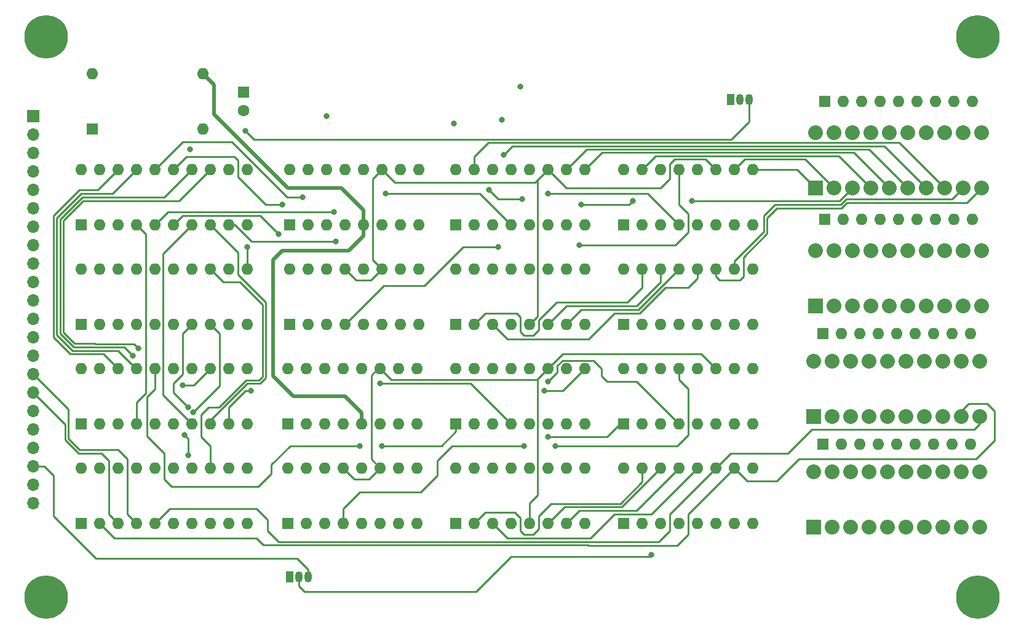
<source format=gbr>
%TF.GenerationSoftware,KiCad,Pcbnew,(5.1.10-1-10_14)*%
%TF.CreationDate,2021-08-16T01:31:51-04:00*%
%TF.ProjectId,sound,736f756e-642e-46b6-9963-61645f706362,rev?*%
%TF.SameCoordinates,Original*%
%TF.FileFunction,Copper,L2,Inr*%
%TF.FilePolarity,Positive*%
%FSLAX46Y46*%
G04 Gerber Fmt 4.6, Leading zero omitted, Abs format (unit mm)*
G04 Created by KiCad (PCBNEW (5.1.10-1-10_14)) date 2021-08-16 01:31:51*
%MOMM*%
%LPD*%
G01*
G04 APERTURE LIST*
%TA.AperFunction,ComponentPad*%
%ADD10C,6.000000*%
%TD*%
%TA.AperFunction,ComponentPad*%
%ADD11C,0.800000*%
%TD*%
%TA.AperFunction,ComponentPad*%
%ADD12O,1.600000X1.600000*%
%TD*%
%TA.AperFunction,ComponentPad*%
%ADD13R,1.600000X1.600000*%
%TD*%
%TA.AperFunction,ComponentPad*%
%ADD14R,1.050000X1.500000*%
%TD*%
%TA.AperFunction,ComponentPad*%
%ADD15O,1.050000X1.500000*%
%TD*%
%TA.AperFunction,ComponentPad*%
%ADD16O,1.700000X1.700000*%
%TD*%
%TA.AperFunction,ComponentPad*%
%ADD17R,1.700000X1.700000*%
%TD*%
%TA.AperFunction,ComponentPad*%
%ADD18C,2.032000*%
%TD*%
%TA.AperFunction,ComponentPad*%
%ADD19R,2.032000X2.032000*%
%TD*%
%TA.AperFunction,ComponentPad*%
%ADD20C,1.600000*%
%TD*%
%TA.AperFunction,ViaPad*%
%ADD21C,0.800000*%
%TD*%
%TA.AperFunction,Conductor*%
%ADD22C,0.250000*%
%TD*%
%TA.AperFunction,Conductor*%
%ADD23C,0.500000*%
%TD*%
G04 APERTURE END LIST*
D10*
%TO.N,N/C*%
%TO.C,REF\u002A\u002A*%
X264160000Y-105410000D03*
D11*
X266410000Y-105410000D03*
X265750990Y-107000990D03*
X264160000Y-107660000D03*
X262569010Y-107000990D03*
X261910000Y-105410000D03*
X262569010Y-103819010D03*
X264160000Y-103160000D03*
X265750990Y-103819010D03*
%TD*%
%TO.N,N/C*%
%TO.C,REF\u002A\u002A*%
X265750990Y-26603010D03*
X264160000Y-25944000D03*
X262569010Y-26603010D03*
X261910000Y-28194000D03*
X262569010Y-29784990D03*
X264160000Y-30444000D03*
X265750990Y-29784990D03*
X266410000Y-28194000D03*
D10*
X264160000Y-28194000D03*
%TD*%
D12*
%TO.N,VCC*%
%TO.C,U16*%
X215392000Y-60198000D03*
%TO.N,GND*%
X233172000Y-67818000D03*
%TO.N,Net-(U15-Pad2)*%
X217932000Y-60198000D03*
%TO.N,Net-(U16-Pad7)*%
X230632000Y-67818000D03*
%TO.N,Net-(U15-Pad6)*%
X220472000Y-60198000D03*
%TO.N,GND*%
X228092000Y-67818000D03*
%TO.N,Net-(U15-Pad7)*%
X223012000Y-60198000D03*
%TO.N,Net-(U16-Pad5)*%
X225552000Y-67818000D03*
%TO.N,Net-(U15-Pad3)*%
X225552000Y-60198000D03*
%TO.N,Net-(U16-Pad4)*%
X223012000Y-67818000D03*
%TO.N,A06*%
X228092000Y-60198000D03*
%TO.N,Net-(Q2-Pad2)*%
X220472000Y-67818000D03*
%TO.N,A07*%
X230632000Y-60198000D03*
%TO.N,Net-(U16-Pad2)*%
X217932000Y-67818000D03*
%TO.N,GND*%
X233172000Y-60198000D03*
D13*
%TO.N,Net-(U16-Pad1)*%
X215392000Y-67818000D03*
%TD*%
D12*
%TO.N,VCC*%
%TO.C,U15*%
X192278000Y-60198000D03*
%TO.N,GND*%
X210058000Y-67818000D03*
%TO.N,Net-(U15-Pad15)*%
X194818000Y-60198000D03*
%TO.N,Net-(U15-Pad7)*%
X207518000Y-67818000D03*
%TO.N,GND*%
X197358000Y-60198000D03*
%TO.N,Net-(U15-Pad6)*%
X204978000Y-67818000D03*
%TO.N,Net-(U15-Pad13)*%
X199898000Y-60198000D03*
%TO.N,Net-(U12-Pad11)*%
X202438000Y-67818000D03*
%TO.N,Net-(U15-Pad12)*%
X202438000Y-60198000D03*
%TO.N,VCC*%
X199898000Y-67818000D03*
X204978000Y-60198000D03*
%TO.N,Net-(U15-Pad3)*%
X197358000Y-67818000D03*
%TO.N,Net-(U15-Pad10)*%
X207518000Y-60198000D03*
%TO.N,Net-(U15-Pad2)*%
X194818000Y-67818000D03*
%TO.N,Net-(U15-Pad9)*%
X210058000Y-60198000D03*
D13*
%TO.N,Net-(U15-Pad1)*%
X192278000Y-67818000D03*
%TD*%
D12*
%TO.N,VCC*%
%TO.C,U14*%
X169418000Y-60198000D03*
%TO.N,GND*%
X187198000Y-67818000D03*
X171958000Y-60198000D03*
%TO.N,Net-(U14-Pad7)*%
X184658000Y-67818000D03*
%TO.N,GND*%
X174498000Y-60198000D03*
%TO.N,Net-(U14-Pad6)*%
X182118000Y-67818000D03*
%TO.N,Net-(U12-Pad11)*%
X177038000Y-60198000D03*
%TO.N,VCC*%
X179578000Y-67818000D03*
%TO.N,Net-(U14-Pad12)*%
X179578000Y-60198000D03*
%TO.N,Net-(U12-Pad13)*%
X177038000Y-67818000D03*
%TO.N,Net-(U12-Pad11)*%
X182118000Y-60198000D03*
%TO.N,Net-(U14-Pad3)*%
X174498000Y-67818000D03*
%TO.N,GND*%
X184658000Y-60198000D03*
%TO.N,Net-(U14-Pad2)*%
X171958000Y-67818000D03*
%TO.N,GND*%
X187198000Y-60198000D03*
D13*
X169418000Y-67818000D03*
%TD*%
D12*
%TO.N,VCC*%
%TO.C,U13*%
X140716000Y-60198000D03*
%TO.N,GND*%
X163576000Y-67818000D03*
%TO.N,A00*%
X143256000Y-60198000D03*
%TO.N,A04*%
X161036000Y-67818000D03*
%TO.N,BUS_00*%
X145796000Y-60198000D03*
%TO.N,BUS_04*%
X158496000Y-67818000D03*
%TO.N,BUS_01*%
X148336000Y-60198000D03*
%TO.N,BUS_05*%
X155956000Y-67818000D03*
%TO.N,A01*%
X150876000Y-60198000D03*
%TO.N,A05*%
X153416000Y-67818000D03*
%TO.N,A02*%
X153416000Y-60198000D03*
%TO.N,A06*%
X150876000Y-67818000D03*
%TO.N,BUS_02*%
X155956000Y-60198000D03*
%TO.N,BUS_06*%
X148336000Y-67818000D03*
%TO.N,BUS_03*%
X158496000Y-60198000D03*
%TO.N,BUS_07*%
X145796000Y-67818000D03*
%TO.N,A03*%
X161036000Y-60198000D03*
%TO.N,A07*%
X143256000Y-67818000D03*
%TO.N,LATCH_A*%
X163576000Y-60198000D03*
D13*
%TO.N,GND*%
X140716000Y-67818000D03*
%TD*%
D12*
%TO.N,VCC*%
%TO.C,U12*%
X215392000Y-46482000D03*
%TO.N,GND*%
X233172000Y-54102000D03*
%TO.N,A12*%
X217932000Y-46482000D03*
%TO.N,Net-(U12-Pad7)*%
X230632000Y-54102000D03*
%TO.N,GND*%
X220472000Y-46482000D03*
%TO.N,Net-(U12-Pad6)*%
X228092000Y-54102000D03*
%TO.N,Net-(U12-Pad13)*%
X223012000Y-46482000D03*
%TO.N,VCC*%
X225552000Y-54102000D03*
%TO.N,Net-(U12-Pad12)*%
X225552000Y-46482000D03*
%TO.N,Net-(U12-Pad4)*%
X223012000Y-54102000D03*
%TO.N,Net-(U12-Pad11)*%
X228092000Y-46482000D03*
%TO.N,Net-(U12-Pad3)*%
X220472000Y-54102000D03*
%TO.N,A14*%
X230632000Y-46482000D03*
%TO.N,Net-(U12-Pad2)*%
X217932000Y-54102000D03*
%TO.N,A15*%
X233172000Y-46482000D03*
D13*
%TO.N,A13*%
X215392000Y-54102000D03*
%TD*%
D12*
%TO.N,VCC*%
%TO.C,U11*%
X140716000Y-46482000D03*
%TO.N,GND*%
X163576000Y-54102000D03*
%TO.N,A08*%
X143256000Y-46482000D03*
%TO.N,A12*%
X161036000Y-54102000D03*
%TO.N,BUS_08*%
X145796000Y-46482000D03*
%TO.N,BUS_12*%
X158496000Y-54102000D03*
%TO.N,BUS_09*%
X148336000Y-46482000D03*
%TO.N,BUS_13*%
X155956000Y-54102000D03*
%TO.N,A09*%
X150876000Y-46482000D03*
%TO.N,A13*%
X153416000Y-54102000D03*
%TO.N,A10*%
X153416000Y-46482000D03*
%TO.N,A14*%
X150876000Y-54102000D03*
%TO.N,BUS_10*%
X155956000Y-46482000D03*
%TO.N,BUS_14*%
X148336000Y-54102000D03*
%TO.N,BUS_11*%
X158496000Y-46482000D03*
%TO.N,BUS_15*%
X145796000Y-54102000D03*
%TO.N,A11*%
X161036000Y-46482000D03*
%TO.N,A15*%
X143256000Y-54102000D03*
%TO.N,LATCH_A*%
X163576000Y-46482000D03*
D13*
%TO.N,GND*%
X140716000Y-54102000D03*
%TD*%
D12*
%TO.N,VCC*%
%TO.C,U7*%
X192278000Y-46482000D03*
%TO.N,GND*%
X210058000Y-54102000D03*
%TO.N,A08*%
X194818000Y-46482000D03*
%TO.N,Net-(U7-Pad7)*%
X207518000Y-54102000D03*
%TO.N,GND*%
X197358000Y-46482000D03*
%TO.N,Net-(U7-Pad6)*%
X204978000Y-54102000D03*
%TO.N,Net-(U12-Pad4)*%
X199898000Y-46482000D03*
%TO.N,VCC*%
X202438000Y-54102000D03*
%TO.N,Net-(U7-Pad12)*%
X202438000Y-46482000D03*
%TO.N,Net-(U5-Pad12)*%
X199898000Y-54102000D03*
%TO.N,Net-(U12-Pad11)*%
X204978000Y-46482000D03*
%TO.N,Net-(U7-Pad3)*%
X197358000Y-54102000D03*
%TO.N,A10*%
X207518000Y-46482000D03*
%TO.N,Net-(U7-Pad2)*%
X194818000Y-54102000D03*
%TO.N,A11*%
X210058000Y-46482000D03*
D13*
%TO.N,A09*%
X192278000Y-54102000D03*
%TD*%
D12*
%TO.N,VCC*%
%TO.C,U5*%
X169418000Y-46482000D03*
%TO.N,GND*%
X187198000Y-54102000D03*
%TO.N,VCC*%
X171958000Y-46482000D03*
%TO.N,Net-(U5-Pad7)*%
X184658000Y-54102000D03*
%TO.N,GND*%
X174498000Y-46482000D03*
%TO.N,Net-(U5-Pad6)*%
X182118000Y-54102000D03*
%TO.N,Net-(U5-Pad13)*%
X177038000Y-46482000D03*
%TO.N,1MHZ_OSCILLATOR*%
X179578000Y-54102000D03*
%TO.N,Net-(U5-Pad12)*%
X179578000Y-46482000D03*
%TO.N,VCC*%
X177038000Y-54102000D03*
%TO.N,Net-(U12-Pad11)*%
X182118000Y-46482000D03*
%TO.N,Net-(U5-Pad3)*%
X174498000Y-54102000D03*
%TO.N,VCC*%
X184658000Y-46482000D03*
%TO.N,Net-(U5-Pad2)*%
X171958000Y-54102000D03*
%TO.N,VCC*%
X187198000Y-46482000D03*
D13*
X169418000Y-54102000D03*
%TD*%
D12*
%TO.N,Net-(BAR4-Pad13)*%
%TO.C,RN4*%
X263398000Y-37084000D03*
%TO.N,Net-(BAR4-Pad14)*%
X260858000Y-37084000D03*
%TO.N,Net-(BAR4-Pad15)*%
X258318000Y-37084000D03*
%TO.N,Net-(BAR4-Pad16)*%
X255778000Y-37084000D03*
%TO.N,Net-(BAR4-Pad17)*%
X253238000Y-37084000D03*
%TO.N,Net-(BAR4-Pad18)*%
X250698000Y-37084000D03*
%TO.N,Net-(BAR4-Pad19)*%
X248158000Y-37084000D03*
%TO.N,Net-(BAR4-Pad20)*%
X245618000Y-37084000D03*
D13*
%TO.N,GND*%
X243078000Y-37084000D03*
%TD*%
D12*
%TO.N,Net-(BAR3-Pad15)*%
%TO.C,RN3*%
X263398000Y-53340000D03*
%TO.N,Net-(BAR3-Pad16)*%
X260858000Y-53340000D03*
%TO.N,Net-(BAR3-Pad17)*%
X258318000Y-53340000D03*
%TO.N,Net-(BAR3-Pad18)*%
X255778000Y-53340000D03*
%TO.N,Net-(BAR3-Pad19)*%
X253238000Y-53340000D03*
%TO.N,Net-(BAR3-Pad20)*%
X250698000Y-53340000D03*
%TO.N,Net-(BAR4-Pad11)*%
X248158000Y-53340000D03*
%TO.N,Net-(BAR4-Pad12)*%
X245618000Y-53340000D03*
D13*
%TO.N,GND*%
X243078000Y-53340000D03*
%TD*%
D14*
%TO.N,Net-(Q2-Pad1)*%
%TO.C,Q2*%
X230124000Y-36830000D03*
D15*
%TO.N,VOICE_A_OUT*%
X232664000Y-36830000D03*
%TO.N,Net-(Q2-Pad2)*%
X231394000Y-36830000D03*
%TD*%
D16*
%TO.N,VCC*%
%TO.C,J69*%
X134112000Y-92456000D03*
%TO.N,GND*%
X134112000Y-89916000D03*
%TO.N,VOICE_B_OUT*%
X134112000Y-87376000D03*
%TO.N,LATCH_B*%
X134112000Y-84836000D03*
%TO.N,VOICE_A_OUT*%
X134112000Y-82296000D03*
%TO.N,LATCH_A*%
X134112000Y-79756000D03*
%TO.N,BUS_07*%
X134112000Y-77216000D03*
%TO.N,BUS_06*%
X134112000Y-74676000D03*
%TO.N,BUS_05*%
X134112000Y-72136000D03*
%TO.N,BUS_04*%
X134112000Y-69596000D03*
%TO.N,BUS_03*%
X134112000Y-67056000D03*
%TO.N,BUS_02*%
X134112000Y-64516000D03*
%TO.N,BUS_01*%
X134112000Y-61976000D03*
%TO.N,BUS_00*%
X134112000Y-59436000D03*
%TO.N,BUS_15*%
X134112000Y-56896000D03*
%TO.N,BUS_14*%
X134112000Y-54356000D03*
%TO.N,BUS_13*%
X134112000Y-51816000D03*
%TO.N,BUS_12*%
X134112000Y-49276000D03*
%TO.N,BUS_11*%
X134112000Y-46736000D03*
%TO.N,BUS_10*%
X134112000Y-44196000D03*
%TO.N,BUS_09*%
X134112000Y-41656000D03*
D17*
%TO.N,BUS_08*%
X134112000Y-39116000D03*
%TD*%
D18*
%TO.N,Net-(BAR4-Pad20)*%
%TO.C,BAR4*%
X241808000Y-41402000D03*
%TO.N,Net-(BAR4-Pad19)*%
X244348000Y-41402000D03*
%TO.N,Net-(BAR4-Pad18)*%
X246888000Y-41402000D03*
%TO.N,Net-(BAR4-Pad17)*%
X249428000Y-41402000D03*
%TO.N,A07*%
X262128000Y-49022000D03*
%TO.N,A06*%
X264668000Y-49022000D03*
%TO.N,Net-(BAR4-Pad11)*%
X264668000Y-41402000D03*
%TO.N,Net-(BAR4-Pad12)*%
X262128000Y-41402000D03*
%TO.N,A08*%
X259588000Y-49022000D03*
%TO.N,A09*%
X257048000Y-49022000D03*
%TO.N,A10*%
X254508000Y-49022000D03*
%TO.N,A11*%
X251968000Y-49022000D03*
%TO.N,Net-(BAR4-Pad16)*%
X251968000Y-41402000D03*
%TO.N,Net-(BAR4-Pad15)*%
X254508000Y-41402000D03*
%TO.N,Net-(BAR4-Pad14)*%
X257048000Y-41402000D03*
%TO.N,Net-(BAR4-Pad13)*%
X259588000Y-41402000D03*
%TO.N,A12*%
X249428000Y-49022000D03*
%TO.N,A13*%
X246888000Y-49022000D03*
%TO.N,A14*%
X244348000Y-49022000D03*
D19*
%TO.N,A15*%
X241808000Y-49022000D03*
%TD*%
D18*
%TO.N,Net-(BAR3-Pad20)*%
%TO.C,BAR3*%
X241808000Y-57658000D03*
%TO.N,Net-(BAR3-Pad19)*%
X244348000Y-57658000D03*
%TO.N,Net-(BAR3-Pad18)*%
X246888000Y-57658000D03*
%TO.N,Net-(BAR3-Pad17)*%
X249428000Y-57658000D03*
%TO.N,Net-(BAR3-Pad9)*%
X262128000Y-65278000D03*
%TO.N,Net-(BAR3-Pad10)*%
X264668000Y-65278000D03*
%TO.N,Net-(BAR3-Pad11)*%
X264668000Y-57658000D03*
%TO.N,Net-(BAR3-Pad12)*%
X262128000Y-57658000D03*
%TO.N,Net-(BAR3-Pad8)*%
X259588000Y-65278000D03*
%TO.N,Net-(BAR3-Pad7)*%
X257048000Y-65278000D03*
%TO.N,A00*%
X254508000Y-65278000D03*
%TO.N,A01*%
X251968000Y-65278000D03*
%TO.N,Net-(BAR3-Pad16)*%
X251968000Y-57658000D03*
%TO.N,Net-(BAR3-Pad15)*%
X254508000Y-57658000D03*
%TO.N,Net-(BAR3-Pad14)*%
X257048000Y-57658000D03*
%TO.N,Net-(BAR3-Pad13)*%
X259588000Y-57658000D03*
%TO.N,A02*%
X249428000Y-65278000D03*
%TO.N,A03*%
X246888000Y-65278000D03*
%TO.N,A04*%
X244348000Y-65278000D03*
D19*
%TO.N,A05*%
X241808000Y-65278000D03*
%TD*%
D10*
%TO.N,N/C*%
%TO.C,REF\u002A\u002A*%
X135890000Y-28194000D03*
D11*
X138140000Y-28194000D03*
X137480990Y-29784990D03*
X135890000Y-30444000D03*
X134299010Y-29784990D03*
X133640000Y-28194000D03*
X134299010Y-26603010D03*
X135890000Y-25944000D03*
X137480990Y-26603010D03*
%TD*%
%TO.N,N/C*%
%TO.C,REF\u002A\u002A*%
X137480990Y-103819010D03*
X135890000Y-103160000D03*
X134299010Y-103819010D03*
X133640000Y-105410000D03*
X134299010Y-107000990D03*
X135890000Y-107660000D03*
X137480990Y-107000990D03*
X138140000Y-105410000D03*
D10*
X135890000Y-105410000D03*
%TD*%
D12*
%TO.N,Net-(BAR2-Pad13)*%
%TO.C,RN2*%
X263144000Y-69088000D03*
%TO.N,Net-(BAR2-Pad14)*%
X260604000Y-69088000D03*
%TO.N,Net-(BAR2-Pad15)*%
X258064000Y-69088000D03*
%TO.N,Net-(BAR2-Pad16)*%
X255524000Y-69088000D03*
%TO.N,Net-(BAR2-Pad17)*%
X252984000Y-69088000D03*
%TO.N,Net-(BAR2-Pad18)*%
X250444000Y-69088000D03*
%TO.N,Net-(BAR2-Pad19)*%
X247904000Y-69088000D03*
%TO.N,Net-(BAR2-Pad20)*%
X245364000Y-69088000D03*
D13*
%TO.N,GND*%
X242824000Y-69088000D03*
%TD*%
D12*
%TO.N,Net-(BAR1-Pad15)*%
%TO.C,RN1*%
X263144000Y-84328000D03*
%TO.N,Net-(BAR1-Pad16)*%
X260604000Y-84328000D03*
%TO.N,Net-(BAR1-Pad17)*%
X258064000Y-84328000D03*
%TO.N,Net-(BAR1-Pad18)*%
X255524000Y-84328000D03*
%TO.N,Net-(BAR1-Pad19)*%
X252984000Y-84328000D03*
%TO.N,Net-(BAR1-Pad20)*%
X250444000Y-84328000D03*
%TO.N,Net-(BAR2-Pad11)*%
X247904000Y-84328000D03*
%TO.N,Net-(BAR2-Pad12)*%
X245364000Y-84328000D03*
D13*
%TO.N,GND*%
X242824000Y-84328000D03*
%TD*%
D18*
%TO.N,Net-(BAR2-Pad20)*%
%TO.C,BAR2*%
X241554000Y-72898000D03*
%TO.N,Net-(BAR2-Pad19)*%
X244094000Y-72898000D03*
%TO.N,Net-(BAR2-Pad18)*%
X246634000Y-72898000D03*
%TO.N,Net-(BAR2-Pad17)*%
X249174000Y-72898000D03*
%TO.N,B07*%
X261874000Y-80518000D03*
%TO.N,B06*%
X264414000Y-80518000D03*
%TO.N,Net-(BAR2-Pad11)*%
X264414000Y-72898000D03*
%TO.N,Net-(BAR2-Pad12)*%
X261874000Y-72898000D03*
%TO.N,B08*%
X259334000Y-80518000D03*
%TO.N,B09*%
X256794000Y-80518000D03*
%TO.N,B10*%
X254254000Y-80518000D03*
%TO.N,B11*%
X251714000Y-80518000D03*
%TO.N,Net-(BAR2-Pad16)*%
X251714000Y-72898000D03*
%TO.N,Net-(BAR2-Pad15)*%
X254254000Y-72898000D03*
%TO.N,Net-(BAR2-Pad14)*%
X256794000Y-72898000D03*
%TO.N,Net-(BAR2-Pad13)*%
X259334000Y-72898000D03*
%TO.N,B12*%
X249174000Y-80518000D03*
%TO.N,B13*%
X246634000Y-80518000D03*
%TO.N,B14*%
X244094000Y-80518000D03*
D19*
%TO.N,B15*%
X241554000Y-80518000D03*
%TD*%
D18*
%TO.N,Net-(BAR1-Pad20)*%
%TO.C,BAR1*%
X241554000Y-88138000D03*
%TO.N,Net-(BAR1-Pad19)*%
X244094000Y-88138000D03*
%TO.N,Net-(BAR1-Pad18)*%
X246634000Y-88138000D03*
%TO.N,Net-(BAR1-Pad17)*%
X249174000Y-88138000D03*
%TO.N,Net-(BAR1-Pad9)*%
X261874000Y-95758000D03*
%TO.N,Net-(BAR1-Pad10)*%
X264414000Y-95758000D03*
%TO.N,Net-(BAR1-Pad11)*%
X264414000Y-88138000D03*
%TO.N,Net-(BAR1-Pad12)*%
X261874000Y-88138000D03*
%TO.N,Net-(BAR1-Pad8)*%
X259334000Y-95758000D03*
%TO.N,Net-(BAR1-Pad7)*%
X256794000Y-95758000D03*
%TO.N,B00*%
X254254000Y-95758000D03*
%TO.N,B01*%
X251714000Y-95758000D03*
%TO.N,Net-(BAR1-Pad16)*%
X251714000Y-88138000D03*
%TO.N,Net-(BAR1-Pad15)*%
X254254000Y-88138000D03*
%TO.N,Net-(BAR1-Pad14)*%
X256794000Y-88138000D03*
%TO.N,Net-(BAR1-Pad13)*%
X259334000Y-88138000D03*
%TO.N,B02*%
X249174000Y-95758000D03*
%TO.N,B03*%
X246634000Y-95758000D03*
%TO.N,B04*%
X244094000Y-95758000D03*
D19*
%TO.N,B05*%
X241554000Y-95758000D03*
%TD*%
D12*
%TO.N,VCC*%
%TO.C,U3*%
X140716000Y-87630000D03*
%TO.N,GND*%
X163576000Y-95250000D03*
%TO.N,B00*%
X143256000Y-87630000D03*
%TO.N,B04*%
X161036000Y-95250000D03*
%TO.N,BUS_00*%
X145796000Y-87630000D03*
%TO.N,BUS_04*%
X158496000Y-95250000D03*
%TO.N,BUS_01*%
X148336000Y-87630000D03*
%TO.N,BUS_05*%
X155956000Y-95250000D03*
%TO.N,B01*%
X150876000Y-87630000D03*
%TO.N,B05*%
X153416000Y-95250000D03*
%TO.N,B02*%
X153416000Y-87630000D03*
%TO.N,B06*%
X150876000Y-95250000D03*
%TO.N,BUS_02*%
X155956000Y-87630000D03*
%TO.N,BUS_06*%
X148336000Y-95250000D03*
%TO.N,BUS_03*%
X158496000Y-87630000D03*
%TO.N,BUS_07*%
X145796000Y-95250000D03*
%TO.N,B03*%
X161036000Y-87630000D03*
%TO.N,B07*%
X143256000Y-95250000D03*
%TO.N,LATCH_B*%
X163576000Y-87630000D03*
D13*
%TO.N,GND*%
X140716000Y-95250000D03*
%TD*%
D12*
%TO.N,VCC*%
%TO.C,U1*%
X140716000Y-73914000D03*
%TO.N,GND*%
X163576000Y-81534000D03*
%TO.N,B08*%
X143256000Y-73914000D03*
%TO.N,B12*%
X161036000Y-81534000D03*
%TO.N,BUS_08*%
X145796000Y-73914000D03*
%TO.N,BUS_12*%
X158496000Y-81534000D03*
%TO.N,BUS_09*%
X148336000Y-73914000D03*
%TO.N,BUS_13*%
X155956000Y-81534000D03*
%TO.N,B09*%
X150876000Y-73914000D03*
%TO.N,B13*%
X153416000Y-81534000D03*
%TO.N,B10*%
X153416000Y-73914000D03*
%TO.N,B14*%
X150876000Y-81534000D03*
%TO.N,BUS_10*%
X155956000Y-73914000D03*
%TO.N,BUS_14*%
X148336000Y-81534000D03*
%TO.N,BUS_11*%
X158496000Y-73914000D03*
%TO.N,BUS_15*%
X145796000Y-81534000D03*
%TO.N,B11*%
X161036000Y-73914000D03*
%TO.N,B15*%
X143256000Y-81534000D03*
%TO.N,LATCH_B*%
X163576000Y-73914000D03*
D13*
%TO.N,GND*%
X140716000Y-81534000D03*
%TD*%
D14*
%TO.N,Net-(Q1-Pad1)*%
%TO.C,Q1*%
X169418000Y-102616000D03*
D15*
%TO.N,VOICE_B_OUT*%
X171958000Y-102616000D03*
%TO.N,Net-(Q1-Pad2)*%
X170688000Y-102616000D03*
%TD*%
D13*
%TO.N,Net-(Y1-Pad1)*%
%TO.C,Y1*%
X142240000Y-40894000D03*
D12*
%TO.N,1MHZ_OSCILLATOR*%
X157480000Y-33274000D03*
%TO.N,GND*%
X157480000Y-40894000D03*
%TO.N,VCC*%
X142240000Y-33274000D03*
%TD*%
%TO.N,VCC*%
%TO.C,U9*%
X215392000Y-87630000D03*
%TO.N,GND*%
X233172000Y-95250000D03*
%TO.N,Net-(U10-Pad2)*%
X217932000Y-87630000D03*
%TO.N,Net-(U9-Pad7)*%
X230632000Y-95250000D03*
%TO.N,Net-(U10-Pad6)*%
X220472000Y-87630000D03*
%TO.N,GND*%
X228092000Y-95250000D03*
%TO.N,Net-(U10-Pad7)*%
X223012000Y-87630000D03*
%TO.N,Net-(U9-Pad5)*%
X225552000Y-95250000D03*
%TO.N,Net-(U10-Pad3)*%
X225552000Y-87630000D03*
%TO.N,Net-(U9-Pad4)*%
X223012000Y-95250000D03*
%TO.N,B06*%
X228092000Y-87630000D03*
%TO.N,Net-(Q1-Pad2)*%
X220472000Y-95250000D03*
%TO.N,B07*%
X230632000Y-87630000D03*
%TO.N,Net-(U9-Pad2)*%
X217932000Y-95250000D03*
%TO.N,GND*%
X233172000Y-87630000D03*
D13*
%TO.N,Net-(U9-Pad1)*%
X215392000Y-95250000D03*
%TD*%
D12*
%TO.N,VCC*%
%TO.C,U10*%
X192278000Y-87630000D03*
%TO.N,GND*%
X210058000Y-95250000D03*
%TO.N,Net-(U10-Pad15)*%
X194818000Y-87630000D03*
%TO.N,Net-(U10-Pad7)*%
X207518000Y-95250000D03*
%TO.N,GND*%
X197358000Y-87630000D03*
%TO.N,Net-(U10-Pad6)*%
X204978000Y-95250000D03*
%TO.N,Net-(U10-Pad13)*%
X199898000Y-87630000D03*
%TO.N,Net-(U10-Pad5)*%
X202438000Y-95250000D03*
%TO.N,Net-(U10-Pad12)*%
X202438000Y-87630000D03*
%TO.N,VCC*%
X199898000Y-95250000D03*
X204978000Y-87630000D03*
%TO.N,Net-(U10-Pad3)*%
X197358000Y-95250000D03*
%TO.N,Net-(U10-Pad10)*%
X207518000Y-87630000D03*
%TO.N,Net-(U10-Pad2)*%
X194818000Y-95250000D03*
%TO.N,Net-(U10-Pad9)*%
X210058000Y-87630000D03*
D13*
%TO.N,Net-(U10-Pad1)*%
X192278000Y-95250000D03*
%TD*%
D12*
%TO.N,VCC*%
%TO.C,U8*%
X169164000Y-87630000D03*
%TO.N,GND*%
X186944000Y-95250000D03*
X171704000Y-87630000D03*
%TO.N,Net-(U8-Pad7)*%
X184404000Y-95250000D03*
%TO.N,GND*%
X174244000Y-87630000D03*
%TO.N,Net-(U8-Pad6)*%
X181864000Y-95250000D03*
%TO.N,Net-(U10-Pad5)*%
X176784000Y-87630000D03*
%TO.N,VCC*%
X179324000Y-95250000D03*
%TO.N,Net-(U8-Pad12)*%
X179324000Y-87630000D03*
%TO.N,Net-(U6-Pad13)*%
X176784000Y-95250000D03*
%TO.N,Net-(U10-Pad5)*%
X181864000Y-87630000D03*
%TO.N,Net-(U8-Pad3)*%
X174244000Y-95250000D03*
%TO.N,GND*%
X184404000Y-87630000D03*
%TO.N,Net-(U8-Pad2)*%
X171704000Y-95250000D03*
%TO.N,GND*%
X186944000Y-87630000D03*
D13*
X169164000Y-95250000D03*
%TD*%
D12*
%TO.N,VCC*%
%TO.C,U6*%
X215392000Y-73914000D03*
%TO.N,GND*%
X233172000Y-81534000D03*
%TO.N,B12*%
X217932000Y-73914000D03*
%TO.N,Net-(U6-Pad7)*%
X230632000Y-81534000D03*
%TO.N,GND*%
X220472000Y-73914000D03*
%TO.N,Net-(U6-Pad6)*%
X228092000Y-81534000D03*
%TO.N,Net-(U6-Pad13)*%
X223012000Y-73914000D03*
%TO.N,VCC*%
X225552000Y-81534000D03*
%TO.N,Net-(U6-Pad12)*%
X225552000Y-73914000D03*
%TO.N,Net-(U4-Pad13)*%
X223012000Y-81534000D03*
%TO.N,Net-(U10-Pad5)*%
X228092000Y-73914000D03*
%TO.N,Net-(U6-Pad3)*%
X220472000Y-81534000D03*
%TO.N,B14*%
X230632000Y-73914000D03*
%TO.N,Net-(U6-Pad2)*%
X217932000Y-81534000D03*
%TO.N,B15*%
X233172000Y-73914000D03*
D13*
%TO.N,B13*%
X215392000Y-81534000D03*
%TD*%
D12*
%TO.N,VCC*%
%TO.C,U4*%
X192278000Y-73914000D03*
%TO.N,GND*%
X210058000Y-81534000D03*
%TO.N,B08*%
X194818000Y-73914000D03*
%TO.N,Net-(U4-Pad7)*%
X207518000Y-81534000D03*
%TO.N,GND*%
X197358000Y-73914000D03*
%TO.N,Net-(U4-Pad6)*%
X204978000Y-81534000D03*
%TO.N,Net-(U4-Pad13)*%
X199898000Y-73914000D03*
%TO.N,VCC*%
X202438000Y-81534000D03*
%TO.N,Net-(U4-Pad12)*%
X202438000Y-73914000D03*
%TO.N,Net-(U2-Pad12)*%
X199898000Y-81534000D03*
%TO.N,Net-(U10-Pad5)*%
X204978000Y-73914000D03*
%TO.N,Net-(U4-Pad3)*%
X197358000Y-81534000D03*
%TO.N,B10*%
X207518000Y-73914000D03*
%TO.N,Net-(U4-Pad2)*%
X194818000Y-81534000D03*
%TO.N,B11*%
X210058000Y-73914000D03*
D13*
%TO.N,B09*%
X192278000Y-81534000D03*
%TD*%
D12*
%TO.N,VCC*%
%TO.C,U2*%
X169164000Y-73914000D03*
%TO.N,GND*%
X186944000Y-81534000D03*
%TO.N,VCC*%
X171704000Y-73914000D03*
%TO.N,Net-(U2-Pad7)*%
X184404000Y-81534000D03*
%TO.N,GND*%
X174244000Y-73914000D03*
%TO.N,Net-(U2-Pad6)*%
X181864000Y-81534000D03*
%TO.N,Net-(U2-Pad13)*%
X176784000Y-73914000D03*
%TO.N,1MHZ_OSCILLATOR*%
X179324000Y-81534000D03*
%TO.N,Net-(U2-Pad12)*%
X179324000Y-73914000D03*
%TO.N,VCC*%
X176784000Y-81534000D03*
%TO.N,Net-(U10-Pad5)*%
X181864000Y-73914000D03*
%TO.N,Net-(U2-Pad3)*%
X174244000Y-81534000D03*
%TO.N,VCC*%
X184404000Y-73914000D03*
%TO.N,Net-(U2-Pad2)*%
X171704000Y-81534000D03*
%TO.N,VCC*%
X186944000Y-73914000D03*
D13*
X169164000Y-81534000D03*
%TD*%
D20*
%TO.N,GND*%
%TO.C,C32*%
X163068000Y-38314000D03*
D13*
%TO.N,VCC*%
X163068000Y-35814000D03*
%TD*%
D21*
%TO.N,GND*%
X201168000Y-35052000D03*
%TO.N,BUS_04*%
X156142514Y-79929855D03*
%TO.N,BUS_05*%
X155411000Y-85895043D03*
X154940000Y-83058000D03*
X155411010Y-79248000D03*
%TO.N,Net-(U2-Pad12)*%
X181864010Y-75946000D03*
%TO.N,Net-(U5-Pad12)*%
X182626000Y-49784000D03*
%TO.N,BUS_11*%
X148590000Y-71120000D03*
X154686000Y-76200000D03*
%TO.N,BUS_10*%
X147791010Y-72136000D03*
%TO.N,B12*%
X164084000Y-76962000D03*
%TO.N,B13*%
X204978000Y-83312000D03*
%TO.N,B09*%
X182118000Y-84545010D03*
X179070000Y-84545010D03*
%TO.N,B11*%
X204470000Y-76962000D03*
%TO.N,Net-(U4-Pad13)*%
X204978000Y-75691984D03*
%TO.N,Net-(U6-Pad13)*%
X201676000Y-84582000D03*
X205994000Y-84582000D03*
%TO.N,VOICE_A_OUT*%
X163322000Y-41148000D03*
X155702000Y-43688000D03*
%TO.N,LATCH_A*%
X163576020Y-57150000D03*
%TO.N,Net-(Q1-Pad2)*%
X219202000Y-99568000D03*
%TO.N,Net-(U12-Pad4)*%
X204978000Y-49784000D03*
%TO.N,Net-(U12-Pad13)*%
X198120000Y-57150000D03*
X209296000Y-56896000D03*
%TO.N,A08*%
X192024000Y-40132000D03*
%TO.N,A09*%
X198882000Y-44450000D03*
X171196000Y-50292000D03*
%TO.N,A10*%
X196845347Y-49271347D03*
X201422000Y-50546000D03*
X168402000Y-51308000D03*
%TO.N,A11*%
X174498000Y-39116000D03*
X198628000Y-39624000D03*
%TO.N,A12*%
X175768000Y-56388000D03*
%TO.N,A13*%
X224790000Y-50800000D03*
X167893994Y-55372000D03*
%TO.N,A14*%
X175514000Y-52324000D03*
X209550000Y-51308000D03*
X216662000Y-50800000D03*
%TD*%
D22*
%TO.N,BUS_03*%
X158496000Y-60198000D02*
X160274000Y-61976000D01*
X160274000Y-61976000D02*
X162560000Y-61976000D01*
X162560000Y-61976000D02*
X165665990Y-65081990D01*
X165167600Y-75495990D02*
X163389599Y-75495991D01*
X165665990Y-74997600D02*
X165167600Y-75495990D01*
X165665990Y-65081990D02*
X165665990Y-74997600D01*
X163389599Y-75495991D02*
X159637590Y-79248000D01*
X159637590Y-79248000D02*
X158242000Y-79248000D01*
X158242000Y-79248000D02*
X157226000Y-80264000D01*
X157226000Y-80264000D02*
X157226000Y-83312000D01*
X158496000Y-84582000D02*
X158496000Y-87630000D01*
X157226000Y-83312000D02*
X158496000Y-84582000D01*
%TO.N,BUS_04*%
X158496000Y-67818000D02*
X159766000Y-69088000D01*
X159766000Y-76306369D02*
X156142514Y-79929855D01*
X159766000Y-69088000D02*
X159766000Y-76306369D01*
%TO.N,BUS_05*%
X155176564Y-83058000D02*
X154940000Y-83058000D01*
X155411000Y-83529000D02*
X154940000Y-83058000D01*
X155411000Y-85895043D02*
X155411000Y-83529000D01*
X153416000Y-77252990D02*
X155411010Y-79248000D01*
X154686000Y-74676000D02*
X153416000Y-75946000D01*
X154686000Y-69088000D02*
X154686000Y-74676000D01*
X153416000Y-75946000D02*
X153416000Y-77252990D01*
X155956000Y-67818000D02*
X154686000Y-69088000D01*
%TO.N,BUS_06*%
X134112000Y-74676000D02*
X138938000Y-79502000D01*
X138938000Y-79502000D02*
X138938000Y-83566000D01*
X138938000Y-83566000D02*
X140462000Y-85090000D01*
X140462000Y-85090000D02*
X145796000Y-85090000D01*
X145796000Y-85090000D02*
X147066000Y-86360000D01*
X147066000Y-93980000D02*
X148336000Y-95250000D01*
X147066000Y-86360000D02*
X147066000Y-93980000D01*
%TO.N,BUS_07*%
X138487990Y-81591990D02*
X138487991Y-83752401D01*
X134112000Y-77216000D02*
X138487990Y-81591990D01*
X138487991Y-83752401D02*
X140333590Y-85598000D01*
X140333590Y-85598000D02*
X143510000Y-85598000D01*
X143510000Y-85598000D02*
X144526000Y-86614000D01*
X144526000Y-93980000D02*
X145796000Y-95250000D01*
X144526000Y-86614000D02*
X144526000Y-93980000D01*
%TO.N,Net-(U2-Pad12)*%
X194310000Y-75946000D02*
X181864010Y-75946000D01*
X199898000Y-81534000D02*
X194310000Y-75946000D01*
%TO.N,Net-(U5-Pad12)*%
X199898000Y-54102000D02*
X195580000Y-49784000D01*
X195580000Y-49784000D02*
X182626000Y-49784000D01*
%TO.N,BUS_14*%
X148336000Y-78611590D02*
X148336000Y-81534000D01*
X149606000Y-77341590D02*
X148336000Y-78611590D01*
X149606000Y-55372000D02*
X149606000Y-77341590D01*
X148336000Y-54102000D02*
X149606000Y-55372000D01*
%TO.N,BUS_13*%
X152001001Y-77579001D02*
X155956000Y-81534000D01*
X152001001Y-58056999D02*
X152001001Y-77579001D01*
X155956000Y-54102000D02*
X152001001Y-58056999D01*
%TO.N,BUS_12*%
X158496000Y-54102000D02*
X162306000Y-57912000D01*
X162306000Y-57912000D02*
X162306000Y-60960000D01*
X162306000Y-60960000D02*
X166116000Y-64770000D01*
X166116000Y-64770000D02*
X166116000Y-75184000D01*
X166116000Y-75184000D02*
X165354000Y-75946000D01*
X165354000Y-75946000D02*
X163576000Y-75946000D01*
X158496000Y-81026000D02*
X158496000Y-81534000D01*
X163576000Y-75946000D02*
X158496000Y-81026000D01*
%TO.N,BUS_11*%
X158496000Y-46482000D02*
X154178000Y-50800000D01*
X154178000Y-50800000D02*
X140972820Y-50800000D01*
X140972820Y-50800000D02*
X138256030Y-53516790D01*
X138256030Y-53516790D02*
X138256030Y-68911210D01*
X142609980Y-70473980D02*
X142667970Y-70531970D01*
X139818800Y-70473980D02*
X142609980Y-70473980D01*
X138256030Y-68911210D02*
X139818800Y-70473980D01*
X142667970Y-70531970D02*
X148001970Y-70531970D01*
X148001970Y-70531970D02*
X148590000Y-71120000D01*
X158496000Y-73914000D02*
X156210000Y-76200000D01*
X156210000Y-76200000D02*
X154686000Y-76200000D01*
%TO.N,BUS_10*%
X155956000Y-46482000D02*
X152146000Y-50292000D01*
X137806020Y-69097610D02*
X139690390Y-70981980D01*
X152146000Y-50292000D02*
X140844410Y-50292000D01*
X137806020Y-53330390D02*
X137806020Y-69097610D01*
X146636990Y-70981980D02*
X147791010Y-72136000D01*
X139690390Y-70981980D02*
X146636990Y-70981980D01*
X140844410Y-50292000D02*
X137806020Y-53330390D01*
%TO.N,BUS_09*%
X139503990Y-71431991D02*
X145796987Y-71431991D01*
X148336000Y-46482000D02*
X145034000Y-49784000D01*
X145034000Y-49784000D02*
X140716000Y-49784000D01*
X140716000Y-49784000D02*
X137356009Y-53143990D01*
X137356009Y-69284010D02*
X139503990Y-71431991D01*
X145796987Y-71431991D02*
X148278996Y-73914000D01*
X137356009Y-53143990D02*
X137356009Y-69284010D01*
X148278996Y-73914000D02*
X148336000Y-73914000D01*
%TO.N,BUS_08*%
X145796000Y-46482000D02*
X143002000Y-49276000D01*
X143002000Y-49276000D02*
X140462000Y-49276000D01*
X140462000Y-49276000D02*
X136906000Y-52832000D01*
X136906000Y-52832000D02*
X136906000Y-69596000D01*
X136906000Y-69596000D02*
X139192000Y-71882000D01*
X143764000Y-71882000D02*
X145796000Y-73914000D01*
X139192000Y-71882000D02*
X143764000Y-71882000D01*
%TO.N,B12*%
X164084000Y-76962000D02*
X163322000Y-76962000D01*
X161036000Y-79248000D02*
X161036000Y-81534000D01*
X163322000Y-76962000D02*
X161036000Y-79248000D01*
%TO.N,B13*%
X215392000Y-81534000D02*
X214884000Y-81534000D01*
X214884000Y-81534000D02*
X213106000Y-83312000D01*
X213106000Y-83312000D02*
X204978000Y-83312000D01*
%TO.N,B09*%
X192278000Y-81534000D02*
X192278000Y-82584000D01*
X153162000Y-90170000D02*
X165100000Y-90170000D01*
X169454990Y-84545010D02*
X179070000Y-84545010D01*
X166878000Y-88392000D02*
X166878000Y-87122000D01*
X152146000Y-85598000D02*
X152146000Y-89154000D01*
X150876000Y-73914000D02*
X150876000Y-76708000D01*
X165100000Y-90170000D02*
X166878000Y-88392000D01*
X150876000Y-76708000D02*
X149750999Y-77833001D01*
X166878000Y-87122000D02*
X169454990Y-84545010D01*
X149750999Y-83202999D02*
X152146000Y-85598000D01*
X192278000Y-82584000D02*
X190316990Y-84545010D01*
X152146000Y-89154000D02*
X153162000Y-90170000D01*
X190316990Y-84545010D02*
X182118000Y-84545010D01*
X149750999Y-77833001D02*
X149750999Y-83202999D01*
%TO.N,B11*%
X207010000Y-76962000D02*
X210058000Y-73914000D01*
X204470000Y-76962000D02*
X207010000Y-76962000D01*
%TO.N,Net-(U4-Pad13)*%
X206248000Y-74421984D02*
X204978000Y-75691984D01*
X206248000Y-73518998D02*
X206248000Y-74421984D01*
X206977999Y-72788999D02*
X206248000Y-73518998D01*
X211218999Y-72788999D02*
X206977999Y-72788999D01*
X212344000Y-74930000D02*
X212344000Y-73914000D01*
X212344000Y-73914000D02*
X211218999Y-72788999D01*
X213105984Y-75691984D02*
X212344000Y-74930000D01*
X217169984Y-75691984D02*
X213105984Y-75691984D01*
X223012000Y-81534000D02*
X217169984Y-75691984D01*
%TO.N,B06*%
X228092000Y-87630000D02*
X221742000Y-93980000D01*
X221742000Y-93980000D02*
X221742000Y-96266000D01*
X221742000Y-96266000D02*
X220218000Y-97790000D01*
X220218000Y-97790000D02*
X167894000Y-97790000D01*
X167894000Y-97790000D02*
X166370000Y-96266000D01*
X166370000Y-96266000D02*
X166370000Y-94742000D01*
X166370000Y-94742000D02*
X164846000Y-93218000D01*
X152908000Y-93218000D02*
X150876000Y-95250000D01*
X164846000Y-93218000D02*
X152908000Y-93218000D01*
X264414000Y-80518000D02*
X264414000Y-81534000D01*
X264414000Y-81534000D02*
X263652000Y-82296000D01*
X263652000Y-82296000D02*
X241300000Y-82296000D01*
X241300000Y-82296000D02*
X237998000Y-85598000D01*
X230124000Y-85598000D02*
X228092000Y-87630000D01*
X237998000Y-85598000D02*
X230124000Y-85598000D01*
%TO.N,B07*%
X145288000Y-97282000D02*
X143256000Y-95250000D01*
X165804010Y-98240010D02*
X164846000Y-97282000D01*
X210566000Y-98298000D02*
X210508010Y-98240010D01*
X210508010Y-98240010D02*
X165804010Y-98240010D01*
X222758000Y-98298000D02*
X210566000Y-98298000D01*
X224282000Y-96774000D02*
X222758000Y-98298000D01*
X224282000Y-93980000D02*
X224282000Y-96774000D01*
X164846000Y-97282000D02*
X145288000Y-97282000D01*
X230632000Y-87630000D02*
X224282000Y-93980000D01*
X262890000Y-78740000D02*
X261874000Y-79756000D01*
X265430000Y-78740000D02*
X262890000Y-78740000D01*
X266446000Y-83820000D02*
X266446000Y-79756000D01*
X266446000Y-79756000D02*
X265430000Y-78740000D01*
X239522000Y-86360000D02*
X263906000Y-86360000D01*
X236474000Y-89408000D02*
X239522000Y-86360000D01*
X263906000Y-86360000D02*
X266446000Y-83820000D01*
X232410000Y-89408000D02*
X236474000Y-89408000D01*
X261874000Y-79756000D02*
X261874000Y-80518000D01*
X230632000Y-87630000D02*
X232410000Y-89408000D01*
%TO.N,Net-(U6-Pad13)*%
X176784000Y-95250000D02*
X176784000Y-93218000D01*
X176784000Y-93218000D02*
X179070000Y-90932000D01*
X179070000Y-90932000D02*
X187452000Y-90932000D01*
X187452000Y-90932000D02*
X189738000Y-88646000D01*
X189738000Y-88646000D02*
X189738000Y-86614000D01*
X189738000Y-86614000D02*
X191770000Y-84582000D01*
X191770000Y-84582000D02*
X201676000Y-84582000D01*
X222758000Y-84582000D02*
X205994000Y-84582000D01*
X224282000Y-83058000D02*
X222758000Y-84582000D01*
X224282000Y-76708000D02*
X224282000Y-83058000D01*
X223012000Y-75438000D02*
X224282000Y-76708000D01*
X223012000Y-73914000D02*
X223012000Y-75438000D01*
%TO.N,Net-(U10-Pad7)*%
X207518000Y-95250000D02*
X209296000Y-93472000D01*
X217170000Y-93472000D02*
X223012000Y-87630000D01*
X209296000Y-93472000D02*
X217170000Y-93472000D01*
%TO.N,Net-(U10-Pad6)*%
X204978000Y-95250000D02*
X207264000Y-92964000D01*
X215138000Y-92964000D02*
X220472000Y-87630000D01*
X207264000Y-92964000D02*
X215138000Y-92964000D01*
%TO.N,Net-(U10-Pad5)*%
X181864000Y-73914000D02*
X183388000Y-75438000D01*
X203454000Y-75438000D02*
X204978000Y-73914000D01*
X183388000Y-75438000D02*
X203454000Y-75438000D01*
X176784000Y-87630000D02*
X178308000Y-89154000D01*
X180340000Y-89154000D02*
X181864000Y-87630000D01*
X178308000Y-89154000D02*
X180340000Y-89154000D01*
X202438000Y-92456000D02*
X202438000Y-95250000D01*
X203563001Y-91330999D02*
X202438000Y-92456000D01*
X203563001Y-75328999D02*
X203563001Y-91330999D01*
X204978000Y-73914000D02*
X203563001Y-75328999D01*
X180630998Y-86396998D02*
X181864000Y-87630000D01*
X180630998Y-74836000D02*
X180630998Y-86396998D01*
X181552998Y-73914000D02*
X180630998Y-74836000D01*
X181864000Y-73914000D02*
X181552998Y-73914000D01*
X226060000Y-71882000D02*
X228092000Y-73914000D01*
X207010000Y-71882000D02*
X226060000Y-71882000D01*
X204978000Y-73914000D02*
X207010000Y-71882000D01*
%TO.N,Net-(U10-Pad3)*%
X219202000Y-93980000D02*
X225552000Y-87630000D01*
X214122000Y-93980000D02*
X219202000Y-93980000D01*
X210820000Y-97282000D02*
X214122000Y-93980000D01*
X199390000Y-97282000D02*
X210820000Y-97282000D01*
X197358000Y-95250000D02*
X199390000Y-97282000D01*
%TO.N,Net-(U10-Pad2)*%
X200406000Y-93726000D02*
X196342000Y-93726000D01*
X196342000Y-93726000D02*
X194818000Y-95250000D01*
X201168000Y-96266000D02*
X201168000Y-94488000D01*
X203708000Y-96012000D02*
X202946000Y-96774000D01*
X202946000Y-96774000D02*
X201676000Y-96774000D01*
X203708000Y-94234000D02*
X203708000Y-96012000D01*
X214951600Y-92513990D02*
X205428010Y-92513990D01*
X217932000Y-87630000D02*
X217932000Y-89533590D01*
X205428010Y-92513990D02*
X203708000Y-94234000D01*
X201168000Y-94488000D02*
X200406000Y-93726000D01*
X201676000Y-96774000D02*
X201168000Y-96266000D01*
X217932000Y-89533590D02*
X214951600Y-92513990D01*
D23*
%TO.N,1MHZ_OSCILLATOR*%
X159004000Y-34798000D02*
X157480000Y-33274000D01*
X169164000Y-49022000D02*
X159004000Y-38862000D01*
X159004000Y-38862000D02*
X159004000Y-34798000D01*
X176530000Y-49022000D02*
X169164000Y-49022000D01*
X179578000Y-52070000D02*
X176530000Y-49022000D01*
X179578000Y-54102000D02*
X179578000Y-52070000D01*
X179578000Y-54102000D02*
X179578000Y-55626000D01*
X179578000Y-55626000D02*
X177546000Y-57658000D01*
X177546000Y-57658000D02*
X168402000Y-57658000D01*
X168402000Y-57658000D02*
X167132000Y-58928000D01*
X167132000Y-58928000D02*
X167132000Y-74930000D01*
X167132000Y-74930000D02*
X169926000Y-77724000D01*
X169926000Y-77724000D02*
X177038000Y-77724000D01*
X179324000Y-80010000D02*
X179324000Y-81534000D01*
X177038000Y-77724000D02*
X179324000Y-80010000D01*
D22*
%TO.N,VOICE_A_OUT*%
X232664000Y-36830000D02*
X232664000Y-39878000D01*
X232664000Y-39878000D02*
X230204030Y-42337970D01*
X230204030Y-42337970D02*
X164511970Y-42337970D01*
X164511970Y-42337970D02*
X163322000Y-41148000D01*
%TO.N,LATCH_A*%
X163576020Y-60197980D02*
X163576000Y-60198000D01*
X163576020Y-57150000D02*
X163576020Y-60197980D01*
%TO.N,Net-(Q1-Pad2)*%
X170688000Y-102616000D02*
X170688000Y-103886000D01*
X170688000Y-103886000D02*
X171450000Y-104648000D01*
X171450000Y-104648000D02*
X195072000Y-104648000D01*
X195072000Y-104648000D02*
X199898000Y-99822000D01*
X199898000Y-99822000D02*
X218948000Y-99822000D01*
X218948000Y-99822000D02*
X219202000Y-99568000D01*
%TO.N,VOICE_B_OUT*%
X171958000Y-101616000D02*
X170418000Y-100076000D01*
X171958000Y-102616000D02*
X171958000Y-101616000D01*
X170418000Y-100076000D02*
X142748000Y-100076000D01*
X142748000Y-100076000D02*
X136906000Y-94234000D01*
X136906000Y-94234000D02*
X136906000Y-88646000D01*
X135636000Y-87376000D02*
X134112000Y-87376000D01*
X136906000Y-88646000D02*
X135636000Y-87376000D01*
%TO.N,Net-(U12-Pad11)*%
X180594000Y-61722000D02*
X182118000Y-60198000D01*
X178562000Y-61722000D02*
X180594000Y-61722000D01*
X177038000Y-60198000D02*
X178562000Y-61722000D01*
X180848000Y-58928000D02*
X182118000Y-60198000D01*
X180848000Y-47752000D02*
X180848000Y-58928000D01*
X182118000Y-46482000D02*
X180848000Y-47752000D01*
X203563001Y-66692999D02*
X202438000Y-67818000D01*
X203563001Y-47896999D02*
X203563001Y-66692999D01*
X204978000Y-46482000D02*
X203563001Y-47896999D01*
X182118000Y-46482000D02*
X183896000Y-48260000D01*
X203200000Y-48260000D02*
X204978000Y-46482000D01*
X183896000Y-48260000D02*
X203200000Y-48260000D01*
X204978000Y-46482000D02*
X207518000Y-49022000D01*
X226648033Y-45038033D02*
X228092000Y-46482000D01*
X221742000Y-45720000D02*
X222423967Y-45038033D01*
X220472000Y-49022000D02*
X221742000Y-47752000D01*
X221742000Y-47752000D02*
X221742000Y-45720000D01*
X207518000Y-49022000D02*
X220472000Y-49022000D01*
X222423967Y-45038033D02*
X226648033Y-45038033D01*
%TO.N,Net-(U12-Pad4)*%
X223012000Y-54102000D02*
X218694000Y-49784000D01*
X218694000Y-49784000D02*
X204978000Y-49784000D01*
%TO.N,Net-(U12-Pad13)*%
X177038000Y-67818000D02*
X182372000Y-62484000D01*
X182372000Y-62484000D02*
X187960000Y-62484000D01*
X187960000Y-62484000D02*
X193294000Y-57150000D01*
X193294000Y-57150000D02*
X198120000Y-57150000D01*
X224282000Y-55118000D02*
X222504000Y-56896000D01*
X224282000Y-52578000D02*
X224282000Y-55118000D01*
X222504000Y-56896000D02*
X209296000Y-56896000D01*
X223012000Y-51308000D02*
X224282000Y-52578000D01*
X223012000Y-46482000D02*
X223012000Y-51308000D01*
%TO.N,Net-(U15-Pad7)*%
X207518000Y-67818000D02*
X209550000Y-65786000D01*
X217424000Y-65786000D02*
X223012000Y-60198000D01*
X209550000Y-65786000D02*
X217424000Y-65786000D01*
%TO.N,Net-(U15-Pad6)*%
X204978000Y-67818000D02*
X207518000Y-65278000D01*
X207518000Y-65278000D02*
X217170000Y-65278000D01*
X220472000Y-61976000D02*
X220472000Y-60198000D01*
X217170000Y-65278000D02*
X220472000Y-61976000D01*
%TO.N,Net-(U15-Pad3)*%
X224282000Y-62738000D02*
X225552000Y-61468000D01*
X221108410Y-62738000D02*
X224282000Y-62738000D01*
X225552000Y-61468000D02*
X225552000Y-60198000D01*
X217552410Y-66294000D02*
X221108410Y-62738000D01*
X210566000Y-69850000D02*
X214122000Y-66294000D01*
X199390000Y-69850000D02*
X210566000Y-69850000D01*
X214122000Y-66294000D02*
X217552410Y-66294000D01*
X197358000Y-67818000D02*
X199390000Y-69850000D01*
%TO.N,Net-(U15-Pad2)*%
X215900000Y-64770000D02*
X217932000Y-62738000D01*
X206122410Y-64770000D02*
X215900000Y-64770000D01*
X217932000Y-62738000D02*
X217932000Y-60198000D01*
X203708000Y-67184410D02*
X206122410Y-64770000D01*
X202946000Y-69342000D02*
X203708000Y-68580000D01*
X201676000Y-69342000D02*
X202946000Y-69342000D01*
X201168000Y-68834000D02*
X201676000Y-69342000D01*
X201168000Y-66802000D02*
X201168000Y-68834000D01*
X200660000Y-66294000D02*
X201168000Y-66802000D01*
X194818000Y-67818000D02*
X196342000Y-66294000D01*
X203708000Y-68580000D02*
X203708000Y-67184410D01*
X196342000Y-66294000D02*
X200660000Y-66294000D01*
%TO.N,A07*%
X245235590Y-51308000D02*
X236220000Y-51308000D01*
X245997590Y-50546000D02*
X245235590Y-51308000D01*
X260604000Y-50546000D02*
X245997590Y-50546000D01*
X230632000Y-59066630D02*
X230632000Y-60198000D01*
X234696000Y-55002630D02*
X230632000Y-59066630D01*
X234696000Y-52832000D02*
X234696000Y-55002630D01*
X262128000Y-49022000D02*
X260604000Y-50546000D01*
X236220000Y-51308000D02*
X234696000Y-52832000D01*
%TO.N,A06*%
X228600000Y-61722000D02*
X228092000Y-61214000D01*
X231902000Y-58548410D02*
X231902000Y-61214000D01*
X235146010Y-53143990D02*
X235146009Y-55304401D01*
X228092000Y-61214000D02*
X228092000Y-60198000D01*
X246126000Y-51054000D02*
X245364000Y-51816000D01*
X262636000Y-51054000D02*
X246126000Y-51054000D01*
X264668000Y-49022000D02*
X262636000Y-51054000D01*
X236474000Y-51816000D02*
X235146010Y-53143990D01*
X235146009Y-55304401D02*
X231902000Y-58548410D01*
X231902000Y-61214000D02*
X231394000Y-61722000D01*
X231394000Y-61722000D02*
X228600000Y-61722000D01*
X245364000Y-51816000D02*
X236474000Y-51816000D01*
%TO.N,A08*%
X259588000Y-49022000D02*
X253353980Y-42787980D01*
X253353980Y-42787980D02*
X196734020Y-42787980D01*
X194818000Y-44704000D02*
X194818000Y-46482000D01*
X196734020Y-42787980D02*
X194818000Y-44704000D01*
%TO.N,A09*%
X257048000Y-49022000D02*
X251263990Y-43237990D01*
X251263990Y-43237990D02*
X200094010Y-43237990D01*
X200094010Y-43237990D02*
X198882000Y-44450000D01*
X150876000Y-46482000D02*
X154686000Y-42672000D01*
X161431002Y-42672000D02*
X169051002Y-50292000D01*
X154686000Y-42672000D02*
X161431002Y-42672000D01*
X169051002Y-50292000D02*
X171196000Y-50292000D01*
%TO.N,A10*%
X249174000Y-43688000D02*
X210312000Y-43688000D01*
X254508000Y-49022000D02*
X249174000Y-43688000D01*
X210312000Y-43688000D02*
X207518000Y-46482000D01*
X196845347Y-49271347D02*
X198120000Y-50546000D01*
X198120000Y-50546000D02*
X201422000Y-50546000D01*
X162306000Y-45212000D02*
X162306000Y-47498000D01*
X162306000Y-47498000D02*
X166116000Y-51308000D01*
X153416000Y-46482000D02*
X155194000Y-44704000D01*
X166116000Y-51308000D02*
X168402000Y-51308000D01*
X155194000Y-44704000D02*
X161798000Y-44704000D01*
X161798000Y-44704000D02*
X162306000Y-45212000D01*
%TO.N,A11*%
X247084011Y-44138011D02*
X212401989Y-44138011D01*
X212401989Y-44138011D02*
X210058000Y-46482000D01*
X251968000Y-49022000D02*
X247084011Y-44138011D01*
%TO.N,A12*%
X249428000Y-49022000D02*
X244994022Y-44588022D01*
X219825978Y-44588022D02*
X217932000Y-46482000D01*
X244994022Y-44588022D02*
X219825978Y-44588022D01*
X161855002Y-54102000D02*
X164141002Y-56388000D01*
X161036000Y-54102000D02*
X161855002Y-54102000D01*
X164141002Y-56388000D02*
X175768000Y-56388000D01*
%TO.N,A13*%
X245107178Y-50800000D02*
X224790000Y-50800000D01*
X246885178Y-49022000D02*
X245107178Y-50800000D01*
X246888000Y-49022000D02*
X246885178Y-49022000D01*
X154686000Y-52832000D02*
X165353994Y-52832000D01*
X153416000Y-54102000D02*
X154686000Y-52832000D01*
X165353994Y-52832000D02*
X167893994Y-55372000D01*
%TO.N,A14*%
X232075967Y-45038033D02*
X240364033Y-45038033D01*
X230632000Y-46482000D02*
X232075967Y-45038033D01*
X240364033Y-45038033D02*
X244348000Y-49022000D01*
X150876000Y-54102000D02*
X152654000Y-52324000D01*
X152654000Y-52324000D02*
X175514000Y-52324000D01*
X216154000Y-51308000D02*
X216662000Y-50800000D01*
X209550000Y-51308000D02*
X216154000Y-51308000D01*
%TO.N,A15*%
X239268000Y-46482000D02*
X241808000Y-49022000D01*
X233172000Y-46482000D02*
X239268000Y-46482000D01*
%TD*%
M02*

</source>
